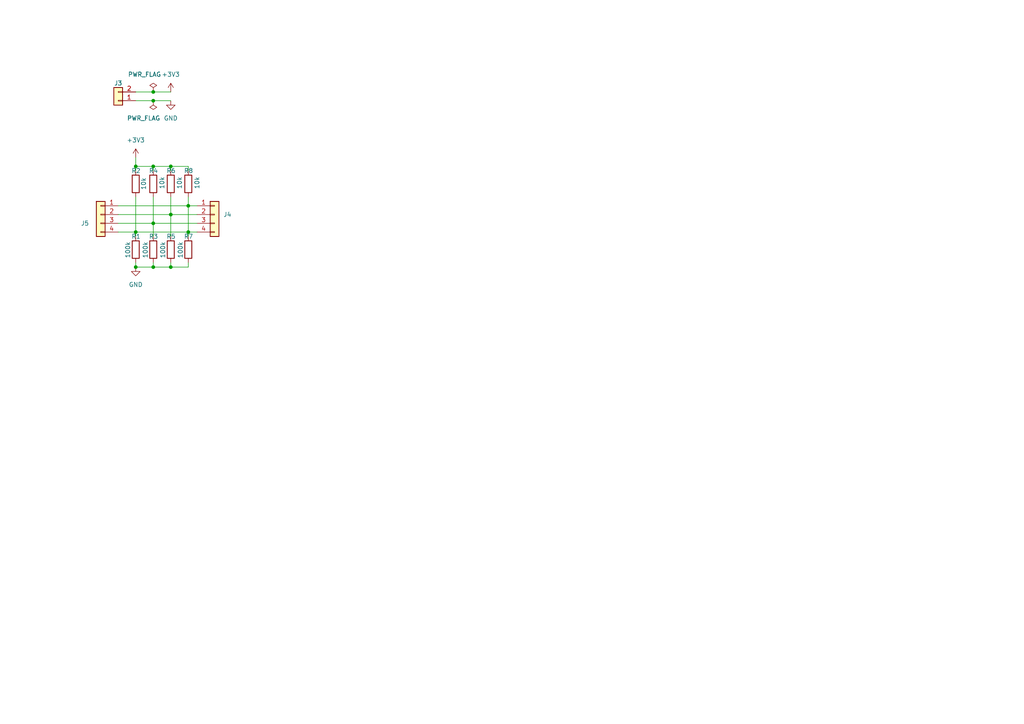
<source format=kicad_sch>
(kicad_sch (version 20250114) (generator "eeschema") (generator_version "9.0")
  (paper "A4")
  (lib_symbols
    (symbol "Connector_Generic:Conn_01x02" (pin_names (offset 1.016) (hide yes))
      (property "Reference" "J" (at 0 2.54 0))
      (property "Value" "Conn_01x02" (at 0 -5.08 0))
      (symbol "Conn_01x02_1_1"
        (rectangle (start -1.27 1.27) (end 1.27 -3.81) (stroke (width 0.254)) (fill (type background)))
        (rectangle (start -1.27 0.127) (end 0 -0.127) (stroke (width 0.1524)))
        (rectangle (start -1.27 -2.413) (end 0 -2.667) (stroke (width 0.1524)))
        (pin passive line (at -5.08 0 0) (length 3.81) (name "Pin_1") (number "1"))
        (pin passive line (at -5.08 -2.54 0) (length 3.81) (name "Pin_2") (number "2"))
      )
    )
    (symbol "Connector_Generic:Conn_01x04" (pin_names (offset 1.016) (hide yes))
      (property "Reference" "J" (at 0 5.08 0))
      (property "Value" "Conn_01x04" (at 0 -7.62 0))
      (symbol "Conn_01x04_1_1"
        (rectangle (start -1.27 3.81) (end 1.27 -6.35) (stroke (width 0.254)) (fill (type background)))
        (rectangle (start -1.27 2.667) (end 0 2.413) (stroke (width 0.1524)))
        (rectangle (start -1.27 0.127) (end 0 -0.127) (stroke (width 0.1524)))
        (rectangle (start -1.27 -2.413) (end 0 -2.667) (stroke (width 0.1524)))
        (rectangle (start -1.27 -4.953) (end 0 -5.207) (stroke (width 0.1524)))
        (pin passive line (at -5.08 2.54 0) (length 3.81) (name "Pin_1") (number "1"))
        (pin passive line (at -5.08 0 0) (length 3.81) (name "Pin_2") (number "2"))
        (pin passive line (at -5.08 -2.54 0) (length 3.81) (name "Pin_3") (number "3"))
        (pin passive line (at -5.08 -5.08 0) (length 3.81) (name "Pin_4") (number "4"))
      )
    )
    (symbol "Device:R" (pin_numbers (hide yes)) (pin_names (offset 0))
      (property "Reference" "R" (at 2.032 0 90))
      (property "Value" "R" (at 0 0 90))
      (symbol "R_0_1"
        (rectangle (start -1.016 -2.54) (end 1.016 2.54) (stroke (width 0.254)))
      )
      (symbol "R_1_1"
        (pin passive line (at 0 3.81 270) (length 1.27) (name "~") (number "1"))
        (pin passive line (at 0 -3.81 90) (length 1.27) (name "~") (number "2"))
      )
    )
    (symbol "power:+3V3" (power) (pin_numbers (hide yes)) (pin_names (offset 0) (hide yes))
      (property "Value" "+3V3" (at 0 3.556 0))
      (symbol "+3V3_0_1"
        (polyline (pts (xy -0.762 1.27) (xy 0 2.54)))
        (polyline (pts (xy 0 2.54) (xy 0.762 1.27)))
        (polyline (pts (xy 0 0) (xy 0 2.54)))
      )
      (symbol "+3V3_1_1"
        (pin power_in line (at 0 0 90) (length 0) (name "~") (number "1"))
      )
    )
    (symbol "power:GND" (power) (pin_numbers (hide yes)) (pin_names (offset 0) (hide yes))
      (property "Value" "GND" (at 0 -3.81 0))
      (symbol "GND_0_1"
        (polyline (pts (xy 0 0) (xy 0 -1.27) (xy 1.27 -1.27) (xy 0 -2.54) (xy -1.27 -1.27) (xy 0 -1.27)))
      )
      (symbol "GND_1_1"
        (pin power_in line (at 0 0 270) (length 0) (name "~") (number "1"))
      )
    )
    (symbol "power:PWR_FLAG" (power) (pin_numbers (hide yes)) (pin_names (offset 0) (hide yes))
      (property "Value" "PWR_FLAG" (at 0 3.81 0))
      (symbol "PWR_FLAG_0_0"
        (pin power_out line (at 0 0 90) (length 0) (name "~") (number "1"))
      )
      (symbol "PWR_FLAG_0_1"
        (polyline (pts (xy 0 0) (xy 0 1.27) (xy -1.016 1.905) (xy 0 2.54) (xy 1.016 1.905) (xy 0 1.27)))
      )
    )
  )
  (junction (at 44.45 29.21))
  (junction (at 39.37 77.47))
  (junction (at 54.61 59.69))
  (junction (at 44.45 77.47))
  (junction (at 49.53 77.47))
  (junction (at 39.37 67.31))
  (junction (at 54.61 67.31))
  (junction (at 49.53 62.23))
  (junction (at 44.45 26.67))
  (junction (at 49.53 48.26))
  (junction (at 44.45 48.26))
  (junction (at 39.37 48.26))
  (junction (at 44.45 64.77))
  (wire (pts (xy 44.45 29.21) (xy 49.53 29.21)))
  (wire (pts (xy 44.45 48.26) (xy 44.45 49.53)))
  (wire (pts (xy 39.37 77.47) (xy 44.45 77.47)))
  (wire (pts (xy 44.45 77.47) (xy 49.53 77.47)))
  (wire (pts (xy 54.61 67.31) (xy 54.61 68.58)))
  (wire (pts (xy 54.61 59.69) (xy 57.15 59.69)))
  (wire (pts (xy 49.53 48.26) (xy 54.61 48.26)))
  (wire (pts (xy 49.53 57.15) (xy 49.53 62.23)))
  (wire (pts (xy 54.61 57.15) (xy 54.61 59.69)))
  (wire (pts (xy 49.53 62.23) (xy 57.15 62.23)))
  (wire (pts (xy 44.45 64.77) (xy 57.15 64.77)))
  (wire (pts (xy 49.53 77.47) (xy 54.61 77.47)))
  (wire (pts (xy 39.37 68.58) (xy 39.37 67.31)))
  (wire (pts (xy 39.37 29.21) (xy 44.45 29.21)))
  (wire (pts (xy 34.29 64.77) (xy 44.45 64.77)))
  (wire (pts (xy 34.29 67.31) (xy 39.37 67.31)))
  (wire (pts (xy 39.37 45.72) (xy 39.37 48.26)))
  (wire (pts (xy 54.61 67.31) (xy 57.15 67.31)))
  (wire (pts (xy 44.45 57.15) (xy 44.45 64.77)))
  (wire (pts (xy 44.45 76.2) (xy 44.45 77.47)))
  (wire (pts (xy 54.61 48.26) (xy 54.61 49.53)))
  (wire (pts (xy 54.61 59.69) (xy 54.61 67.31)))
  (wire (pts (xy 39.37 57.15) (xy 39.37 67.31)))
  (wire (pts (xy 49.53 76.2) (xy 49.53 77.47)))
  (wire (pts (xy 44.45 26.67) (xy 49.53 26.67)))
  (wire (pts (xy 54.61 76.2) (xy 54.61 77.47)))
  (wire (pts (xy 39.37 26.67) (xy 44.45 26.67)))
  (wire (pts (xy 39.37 48.26) (xy 44.45 48.26)))
  (wire (pts (xy 39.37 48.26) (xy 39.37 49.53)))
  (wire (pts (xy 44.45 64.77) (xy 44.45 68.58)))
  (wire (pts (xy 49.53 48.26) (xy 49.53 49.53)))
  (wire (pts (xy 39.37 67.31) (xy 54.61 67.31)))
  (wire (pts (xy 34.29 62.23) (xy 49.53 62.23)))
  (wire (pts (xy 44.45 48.26) (xy 49.53 48.26)))
  (wire (pts (xy 39.37 76.2) (xy 39.37 77.47)))
  (wire (pts (xy 49.53 68.58) (xy 49.53 62.23)))
  (wire (pts (xy 34.29 59.69) (xy 54.61 59.69)))
  (symbol (lib_id "Device:R") (at 54.61 53.34 0) (unit 1)
    (property "Reference" "R8" (at 53.34 49.53 0) (effects (justify left)))
    (property "Value" "10k" (at 57.15 54.864 90) (effects (justify left)))
    (property "Footprint" "Resistor_SMD:R_0603_1608Metric" (effects (hide yes)))
    (property "Description" "Resistor" (effects (hide yes)))
  )
  (symbol (lib_id "power:GND") (at 49.53 29.21 0) (unit 1)
    (property "Reference" "#PWR2" (effects (hide yes)))
    (property "Value" "GND" (at 49.53 34.29 0))
    (property "Description" "Power symbol creates a global label with name \"GND\" , ground" (effects (hide yes)))
  )
  (symbol (lib_id "power:+3V3") (at 39.37 45.72 0) (unit 1)
    (property "Reference" "#PWR4" (effects (hide yes)))
    (property "Value" "+3V3" (at 39.37 40.64 0))
    (property "Description" "Power symbol creates a global label with name \"+3V3\"" (effects (hide yes)))
  )
  (symbol (lib_id "Connector_Generic:Conn_01x04") (at 62.23 62.23 0) (unit 1)
    (property "Reference" "J4" (at 64.77 62.2299 0) (effects (justify left)))
    (property "Value" "Conn_01x04" (effects (hide yes)))
    (property "Description" "Generic connector, single row, 01x04, script generated (kicad-library-utils/schlib/autogen/connector/)" (effects (hide yes)))
  )
  (symbol (lib_id "Device:R") (at 49.53 72.39 0) (unit 1)
    (property "Reference" "R5" (at 48.26 68.58 0) (effects (justify left)))
    (property "Value" "100k" (at 47.244 74.93 90) (effects (justify left)))
    (property "Footprint" "Resistor_SMD:R_0603_1608Metric" (effects (hide yes)))
    (property "Description" "Resistor" (effects (hide yes)))
  )
  (symbol (lib_id "Connector_Generic:Conn_01x04") (at 29.21 62.23 0) (mirror y) (unit 1)
    (property "Reference" "J5" (at 24.638 64.77 0))
    (property "Value" "Conn_01x04" (effects (hide yes)))
    (property "Description" "Generic connector, single row, 01x04, script generated (kicad-library-utils/schlib/autogen/connector/)" (effects (hide yes)))
  )
  (symbol (lib_id "Device:R") (at 54.61 72.39 0) (unit 1)
    (property "Reference" "R7" (at 53.34 68.58 0) (effects (justify left)))
    (property "Value" "100k" (at 52.324 74.93 90) (effects (justify left)))
    (property "Footprint" "Resistor_SMD:R_0603_1608Metric" (effects (hide yes)))
    (property "Description" "Resistor" (effects (hide yes)))
  )
  (symbol (lib_id "Connector_Generic:Conn_01x02") (at 34.29 29.21 180) (unit 1)
    (property "Reference" "J3" (at 34.29 24.13 0))
    (property "Value" "Conn_01x02" (effects (hide yes)))
    (property "Description" "Generic connector, single row, 01x02, script generated (kicad-library-utils/schlib/autogen/connector/)" (effects (hide yes)))
  )
  (symbol (lib_id "power:GND") (at 39.37 77.47 0) (unit 1)
    (property "Reference" "#PWR3" (effects (hide yes)))
    (property "Value" "GND" (at 39.37 82.55 0))
    (property "Description" "Power symbol creates a global label with name \"GND\" , ground" (effects (hide yes)))
  )
  (symbol (lib_id "Device:R") (at 44.45 53.34 0) (unit 1)
    (property "Reference" "R4" (at 43.18 49.53 0) (effects (justify left)))
    (property "Value" "10k" (at 46.99 54.864 90) (effects (justify left)))
    (property "Footprint" "Resistor_SMD:R_0603_1608Metric" (effects (hide yes)))
    (property "Description" "Resistor" (effects (hide yes)))
  )
  (symbol (lib_id "Device:R") (at 44.45 72.39 0) (unit 1)
    (property "Reference" "R3" (at 43.18 68.58 0) (effects (justify left)))
    (property "Value" "100k" (at 42.164 74.93 90) (effects (justify left)))
    (property "Footprint" "Resistor_SMD:R_0603_1608Metric" (effects (hide yes)))
    (property "Description" "Resistor" (effects (hide yes)))
  )
  (symbol (lib_id "Device:R") (at 39.37 53.34 0) (unit 1)
    (property "Reference" "R2" (at 38.1 49.53 0) (effects (justify left)))
    (property "Value" "10k" (at 41.656 55.118 90) (effects (justify left)))
    (property "Footprint" "Resistor_SMD:R_0603_1608Metric" (effects (hide yes)))
    (property "Description" "Resistor" (effects (hide yes)))
  )
  (symbol (lib_id "power:PWR_FLAG") (at 44.45 29.21 180) (unit 1)
    (property "Reference" "#FLG2" (effects (hide yes)))
    (property "Value" "PWR_FLAG" (at 41.656 34.29 0))
    (property "Description" "Special symbol for telling ERC where power comes from" (effects (hide yes)))
  )
  (symbol (lib_id "power:+3V3") (at 49.53 26.67 0) (unit 1)
    (property "Reference" "#PWR1" (effects (hide yes)))
    (property "Value" "+3V3" (at 49.53 21.59 0))
    (property "Description" "Power symbol creates a global label with name \"+3V3\"" (effects (hide yes)))
  )
  (symbol (lib_id "Device:R") (at 49.53 53.34 0) (unit 1)
    (property "Reference" "R6" (at 48.26 49.53 0) (effects (justify left)))
    (property "Value" "10k" (at 52.07 54.864 90) (effects (justify left)))
    (property "Footprint" "Resistor_SMD:R_0603_1608Metric" (effects (hide yes)))
    (property "Description" "Resistor" (effects (hide yes)))
  )
  (symbol (lib_id "Device:R") (at 39.37 72.39 0) (unit 1)
    (property "Reference" "R1" (at 38.1 68.58 0) (effects (justify left)))
    (property "Value" "100k" (at 37.084 74.93 90) (effects (justify left)))
    (property "Footprint" "Resistor_SMD:R_0603_1608Metric" (effects (hide yes)))
    (property "Description" "Resistor" (effects (hide yes)))
  )
  (symbol (lib_id "power:PWR_FLAG") (at 44.45 26.67 0) (unit 1)
    (property "Reference" "#FLG1" (effects (hide yes)))
    (property "Value" "PWR_FLAG" (at 41.91 21.59 0))
    (property "Description" "Special symbol for telling ERC where power comes from" (effects (hide yes)))
  )
)
</source>
